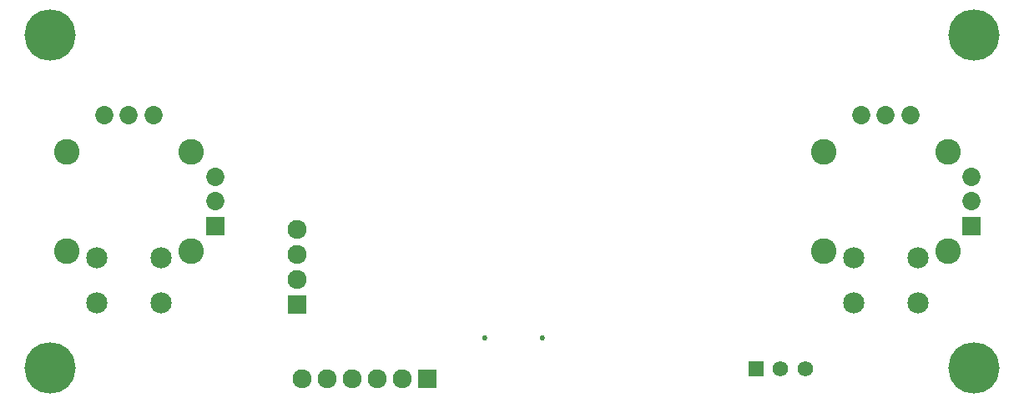
<source format=gbr>
%TF.GenerationSoftware,Altium Limited,Altium Designer,25.3.3 (18)*%
G04 Layer_Color=16711935*
%FSLAX45Y45*%
%MOMM*%
%TF.SameCoordinates,94F19C35-717A-4B45-A619-7893C40BEDFD*%
%TF.FilePolarity,Negative*%
%TF.FileFunction,Soldermask,Bot*%
%TF.Part,Single*%
G01*
G75*
%TA.AperFunction,ViaPad*%
%ADD87C,5.20320*%
%TA.AperFunction,ComponentPad*%
%ADD88C,1.92820*%
%ADD89R,1.92820X1.92820*%
%ADD90C,1.56820*%
%ADD91R,1.56820X1.56820*%
%ADD92C,0.52820*%
%ADD93C,1.85320*%
%ADD94R,1.85320X1.85320*%
%ADD95C,2.60320*%
%ADD96C,2.15320*%
%ADD97R,1.92820X1.92820*%
D87*
X1682500Y10485000D02*
D03*
X11057500Y10485000D02*
D03*
X11057500Y7110000D02*
D03*
X1682500Y7110000D02*
D03*
D88*
X4237500Y7000000D02*
D03*
X4491500D02*
D03*
X4745500D02*
D03*
X4999500D02*
D03*
X5253500D02*
D03*
X4190522Y8512277D02*
D03*
Y8258277D02*
D03*
Y8004277D02*
D03*
D89*
X5507500Y7000000D02*
D03*
D90*
X9345000Y7102500D02*
D03*
X9095000D02*
D03*
D91*
X8845000D02*
D03*
D92*
X6098000Y7410000D02*
D03*
X6676000D02*
D03*
D93*
X10410868Y9670500D02*
D03*
X10160868D02*
D03*
X9910868D02*
D03*
X11033868Y8797500D02*
D03*
Y9047500D02*
D03*
X2732500Y9670501D02*
D03*
X2482500D02*
D03*
X2232500D02*
D03*
X3355500Y8797501D02*
D03*
Y9047501D02*
D03*
D94*
X11033868Y8547500D02*
D03*
X3355500Y8547501D02*
D03*
D95*
X10793368Y9297500D02*
D03*
X9528369D02*
D03*
Y8297500D02*
D03*
X10793368D02*
D03*
X3115000Y9297501D02*
D03*
X1850000D02*
D03*
Y8297501D02*
D03*
X3115000D02*
D03*
D96*
X9835868Y8222500D02*
D03*
Y7772500D02*
D03*
X10485869Y8222500D02*
D03*
Y7772500D02*
D03*
X2157500Y8222500D02*
D03*
Y7772501D02*
D03*
X2807500Y8222500D02*
D03*
Y7772501D02*
D03*
D97*
X4190522Y7750277D02*
D03*
%TF.MD5,ee1dfeaa1224a2cc5f18b3d9f2e64979*%
M02*

</source>
